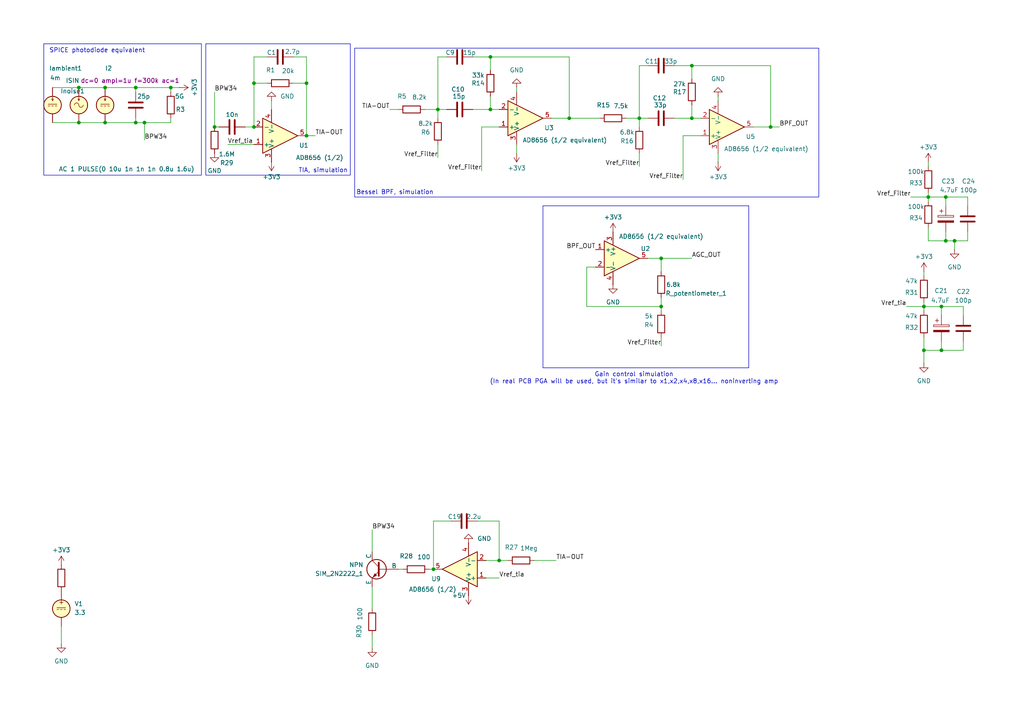
<source format=kicad_sch>
(kicad_sch (version 20250114) (generator "eeschema") (generator_version "9.0")
  (paper "A4")
  (lib_symbols
    (symbol "Device:C" (pin_numbers (hide yes)) (pin_names (offset 0.254))
      (property "Reference" "C" (at 0.635 2.54 0))
      (property "Value" "C" (at 0.635 -2.54 0))
      (symbol "C_0_1"
        (polyline (pts (xy -2.032 0.762) (xy 2.032 0.762)) (stroke (width 0.508)))
        (polyline (pts (xy -2.032 -0.762) (xy 2.032 -0.762)) (stroke (width 0.508)))
      )
      (symbol "C_1_1"
        (pin passive line (at 0 3.81 270) (length 2.794) (name "~") (number "1"))
        (pin passive line (at 0 -3.81 90) (length 2.794) (name "~") (number "2"))
      )
    )
    (symbol "Device:C_Polarized" (pin_numbers (hide yes)) (pin_names (offset 0.254))
      (property "Reference" "C" (at 0.635 2.54 0))
      (property "Value" "C_Polarized" (at 0.635 -2.54 0))
      (symbol "C_Polarized_0_1"
        (rectangle (start -2.286 0.508) (end 2.286 1.016))
        (polyline (pts (xy -1.778 2.286) (xy -0.762 2.286)))
        (polyline (pts (xy -1.27 2.794) (xy -1.27 1.778)))
        (rectangle (start 2.286 -0.508) (end -2.286 -1.016) (fill (type outline)))
      )
      (symbol "C_Polarized_1_1"
        (pin passive line (at 0 3.81 270) (length 2.794) (name "~") (number "1"))
        (pin passive line (at 0 -3.81 90) (length 2.794) (name "~") (number "2"))
      )
    )
    (symbol "Device:R" (pin_numbers (hide yes)) (pin_names (offset 0))
      (property "Reference" "R" (at 2.032 0 90))
      (property "Value" "R" (at 0 0 90))
      (symbol "R_0_1"
        (rectangle (start -1.016 -2.54) (end 1.016 2.54) (stroke (width 0.254)))
      )
      (symbol "R_1_1"
        (pin passive line (at 0 3.81 270) (length 1.27) (name "~") (number "1"))
        (pin passive line (at 0 -3.81 90) (length 1.27) (name "~") (number "2"))
      )
    )
    (symbol "Simulation_SPICE:IDC" (pin_numbers (hide yes)) (pin_names (offset 0.0254))
      (property "Reference" "I" (at 2.54 2.54 0))
      (property "Value" "1" (at 2.54 0 0))
      (symbol "IDC_0_0"
        (polyline (pts (xy -1.27 0.254) (xy 1.27 0.254)))
        (polyline (pts (xy -0.762 -0.254) (xy -1.27 -0.254)))
        (polyline (pts (xy 0.254 -0.254) (xy -0.254 -0.254)))
        (polyline (pts (xy 1.27 -0.254) (xy 0.762 -0.254)))
      )
      (symbol "IDC_0_1"
        (polyline (pts (xy -0.254 1.778) (xy 0 1.27) (xy 0.254 1.778)))
        (polyline (pts (xy 0 1.27) (xy 0 2.286)))
        (circle (center 0 0) (radius 2.54) (stroke (width 0.254)) (fill (type background)))
      )
      (symbol "IDC_1_1"
        (pin passive line (at 0 5.08 270) (length 2.54) (name "~") (number "1"))
        (pin passive line (at 0 -5.08 90) (length 2.54) (name "~") (number "2"))
      )
    )
    (symbol "Simulation_SPICE:ISIN" (pin_numbers (hide yes)) (pin_names (offset 0.0254))
      (property "Reference" "I" (at 2.54 2.54 0))
      (property "Value" "ISIN" (at 2.54 0 0))
      (property "Sim.Params" "dc=0 ampl=1 f=1k ac=1" (at 2.54 -2.54 0))
      (symbol "ISIN_0_0"
        (arc (start -1.27 0) (mid -0.635 0.6323) (end 0 0))
        (arc (start 1.27 0) (mid 0.635 -0.6323) (end 0 0))
      )
      (symbol "ISIN_0_1"
        (polyline (pts (xy -0.254 1.778) (xy 0 1.27) (xy 0.254 1.778)))
        (polyline (pts (xy 0 1.27) (xy 0 2.286)))
        (circle (center 0 0) (radius 2.54) (stroke (width 0.254)) (fill (type background)))
      )
      (symbol "ISIN_1_1"
        (pin passive line (at 0 5.08 270) (length 2.54) (name "~") (number "1"))
        (pin passive line (at 0 -5.08 90) (length 2.54) (name "~") (number "2"))
      )
    )
    (symbol "Simulation_SPICE:NPN" (pin_numbers (hide yes)) (pin_names (offset 0))
      (property "Reference" "Q" (at -2.54 7.62 0))
      (property "Value" "NPN" (at -2.54 5.08 0))
      (symbol "NPN_0_1"
        (polyline (pts (xy -2.54 0) (xy 0.635 0)) (stroke (width 0.1524)))
        (polyline (pts (xy 0.635 1.905) (xy 0.635 -1.905) (xy 0.635 -1.905)) (stroke (width 0.508)))
        (polyline (pts (xy 0.635 0.635) (xy 2.54 2.54)))
        (polyline (pts (xy 0.635 -0.635) (xy 2.54 -2.54) (xy 2.54 -2.54)))
        (circle (center 1.27 0) (radius 2.8194) (stroke (width 0.254)))
        (polyline (pts (xy 1.27 -1.778) (xy 1.778 -1.27) (xy 2.286 -2.286) (xy 1.27 -1.778) (xy 1.27 -1.778)) (fill (type outline)))
        (polyline (pts (xy 2.794 -1.27) (xy 2.794 -1.27)) (stroke (width 0.1524)))
        (polyline (pts (xy 2.794 -1.27) (xy 2.794 -1.27)) (stroke (width 0.1524)))
      )
      (symbol "NPN_1_1"
        (pin input line (at -5.08 0 0) (length 2.54) (name "B") (number "2"))
        (pin open_collector line (at 2.54 5.08 270) (length 2.54) (name "C") (number "1"))
        (pin open_emitter line (at 2.54 -5.08 90) (length 2.54) (name "E") (number "3"))
      )
    )
    (symbol "Simulation_SPICE:OPAMP" (pin_names (offset 0.254))
      (property "Reference" "U" (at 3.81 3.175 0))
      (property "Value" "${SIM.PARAMS}" (at 3.81 -3.175 0))
      (symbol "OPAMP_0_1"
        (polyline (pts (xy 5.08 0) (xy -5.08 5.08) (xy -5.08 -5.08) (xy 5.08 0)) (stroke (width 0.254)) (fill (type background)))
      )
      (symbol "OPAMP_1_1"
        (pin input line (at -7.62 2.54 0) (length 2.54) (name "+") (number "1"))
        (pin input line (at -7.62 -2.54 0) (length 2.54) (name "-") (number "2"))
        (pin power_in line (at -2.54 7.62 270) (length 3.81) (name "V+") (number "3"))
        (pin power_in line (at -2.54 -7.62 90) (length 3.81) (name "V-") (number "4"))
        (pin output line (at 7.62 0 180) (length 2.54) (name "~") (number "5"))
      )
    )
    (symbol "Simulation_SPICE:VDC" (pin_numbers (hide yes)) (pin_names (offset 0.0254))
      (property "Reference" "V" (at 2.54 2.54 0))
      (property "Value" "1" (at 2.54 0 0))
      (symbol "VDC_0_0"
        (polyline (pts (xy -1.27 0.254) (xy 1.27 0.254)))
        (polyline (pts (xy -0.762 -0.254) (xy -1.27 -0.254)))
        (polyline (pts (xy 0.254 -0.254) (xy -0.254 -0.254)))
        (polyline (pts (xy 1.27 -0.254) (xy 0.762 -0.254)))
        (text "+" (at 0 1.905 0) (effects (font (size 1.27 1.27))))
      )
      (symbol "VDC_0_1"
        (circle (center 0 0) (radius 2.54) (stroke (width 0.254)) (fill (type background)))
      )
      (symbol "VDC_1_1"
        (pin passive line (at 0 5.08 270) (length 2.54) (name "~") (number "1"))
        (pin passive line (at 0 -5.08 90) (length 2.54) (name "~") (number "2"))
      )
    )
    (symbol "power:+5V" (power) (pin_numbers (hide yes)) (pin_names (offset 0) (hide yes))
      (property "Value" "+5V" (at 0 3.556 0))
      (symbol "+5V_0_1"
        (polyline (pts (xy -0.762 1.27) (xy 0 2.54)))
        (polyline (pts (xy 0 2.54) (xy 0.762 1.27)))
        (polyline (pts (xy 0 0) (xy 0 2.54)))
      )
      (symbol "+5V_1_1"
        (pin power_in line (at 0 0 90) (length 0) (name "~") (number "1"))
      )
    )
    (symbol "power:GND" (power) (pin_numbers (hide yes)) (pin_names (offset 0) (hide yes))
      (property "Value" "GND" (at 0 -3.81 0))
      (symbol "GND_0_1"
        (polyline (pts (xy 0 0) (xy 0 -1.27) (xy 1.27 -1.27) (xy 0 -2.54) (xy -1.27 -1.27) (xy 0 -1.27)))
      )
      (symbol "GND_1_1"
        (pin power_in line (at 0 0 270) (length 0) (name "~") (number "1"))
      )
    )
  )
  (rectangle (start 59.69 12.7) (end 101.6 50.8))
  (rectangle (start 157.48 59.69) (end 217.17 106.68))
  (rectangle (start 12.7 12.7) (end 58.42 50.8))
  (rectangle (start 102.87 13.97) (end 237.49 57.15))
  (text "SPICE photodiode equivalent" (at 28.194 14.732 0) (effects (font (size 1.27 1.27))))
  (text "Gain control simulation\n(In real PCB PGA will be used, but it's similar to x1,x2,x4,x8,x16... noninverting amp" (at 183.896 109.728 0) (effects (font (size 1.27 1.27))))
  (text "Bessel BPF, simulation\n" (at 114.554 55.88 0) (effects (font (size 1.27 1.27))))
  (text "TIA, simulation\n" (at 93.726 49.53 0) (effects (font (size 1.27 1.27))))
  (junction (at 267.97 88.9))
  (junction (at 191.77 88.9))
  (junction (at 276.86 69.85))
  (junction (at 142.24 16.51))
  (junction (at 269.24 57.15))
  (junction (at 62.23 36.83))
  (junction (at 273.05 101.6))
  (junction (at 88.9 24.13))
  (junction (at 267.97 101.6))
  (junction (at 22.86 35.56))
  (junction (at 39.37 25.4))
  (junction (at 274.32 57.15))
  (junction (at 22.86 25.4))
  (junction (at 49.53 25.4))
  (junction (at 142.24 31.75))
  (junction (at 30.48 35.56))
  (junction (at 39.37 35.56))
  (junction (at 185.42 34.29))
  (junction (at 223.52 36.83))
  (junction (at 127 31.75))
  (junction (at 41.91 35.56))
  (junction (at 30.48 25.4))
  (junction (at 73.66 36.83))
  (junction (at 88.9 39.37))
  (junction (at 73.66 24.13))
  (junction (at 200.66 34.29))
  (junction (at 125.73 165.1))
  (junction (at 273.05 88.9))
  (junction (at 191.77 74.93))
  (junction (at 274.32 69.85))
  (junction (at 200.66 19.05))
  (junction (at 165.1 34.29))
  (junction (at 144.78 162.56))
  (wire (pts (xy 185.42 34.29) (xy 187.96 34.29)))
  (wire (pts (xy 127 31.75) (xy 129.54 31.75)))
  (wire (pts (xy 185.42 44.45) (xy 185.42 48.26)))
  (wire (pts (xy 49.53 34.29) (xy 49.53 35.56)))
  (wire (pts (xy 208.28 27.94) (xy 208.28 29.21)))
  (wire (pts (xy 30.48 25.4) (xy 39.37 25.4)))
  (wire (pts (xy 142.24 16.51) (xy 165.1 16.51)))
  (wire (pts (xy 200.66 19.05) (xy 223.52 19.05)))
  (wire (pts (xy 267.97 80.01) (xy 267.97 78.74)))
  (wire (pts (xy 267.97 87.63) (xy 267.97 88.9)))
  (wire (pts (xy 39.37 35.56) (xy 41.91 35.56)))
  (wire (pts (xy 73.66 16.51) (xy 73.66 24.13)))
  (wire (pts (xy 267.97 101.6) (xy 273.05 101.6)))
  (wire (pts (xy 49.53 26.67) (xy 49.53 25.4)))
  (wire (pts (xy 107.95 153.67) (xy 107.95 160.02)))
  (wire (pts (xy 15.24 25.4) (xy 22.86 25.4)))
  (wire (pts (xy 262.89 88.9) (xy 267.97 88.9)))
  (wire (pts (xy 200.66 30.48) (xy 200.66 34.29)))
  (wire (pts (xy 185.42 36.83) (xy 185.42 34.29)))
  (wire (pts (xy 123.19 31.75) (xy 127 31.75)))
  (wire (pts (xy 200.66 19.05) (xy 200.66 22.86)))
  (wire (pts (xy 39.37 25.4) (xy 49.53 25.4)))
  (wire (pts (xy 85.09 24.13) (xy 88.9 24.13)))
  (wire (pts (xy 127 16.51) (xy 127 31.75)))
  (wire (pts (xy 223.52 19.05) (xy 223.52 36.83)))
  (wire (pts (xy 88.9 24.13) (xy 88.9 39.37)))
  (wire (pts (xy 267.97 88.9) (xy 273.05 88.9)))
  (wire (pts (xy 88.9 39.37) (xy 91.44 39.37)))
  (wire (pts (xy 267.97 101.6) (xy 267.97 97.79)))
  (wire (pts (xy 139.7 36.83) (xy 139.7 49.53)))
  (wire (pts (xy 273.05 99.06) (xy 273.05 101.6)))
  (wire (pts (xy 165.1 16.51) (xy 165.1 34.29)))
  (wire (pts (xy 198.12 39.37) (xy 198.12 52.07)))
  (wire (pts (xy 124.46 165.1) (xy 125.73 165.1)))
  (wire (pts (xy 30.48 35.56) (xy 39.37 35.56)))
  (wire (pts (xy 185.42 19.05) (xy 185.42 34.29)))
  (wire (pts (xy 200.66 34.29) (xy 203.2 34.29)))
  (wire (pts (xy 73.66 24.13) (xy 73.66 36.83)))
  (wire (pts (xy 191.77 74.93) (xy 187.96 74.93)))
  (wire (pts (xy 191.77 88.9) (xy 191.77 86.36)))
  (wire (pts (xy 66.04 41.91) (xy 73.66 41.91)))
  (wire (pts (xy 191.77 78.74) (xy 191.77 74.93)))
  (wire (pts (xy 39.37 25.4) (xy 39.37 26.67)))
  (wire (pts (xy 223.52 36.83) (xy 226.06 36.83)))
  (wire (pts (xy 137.16 31.75) (xy 142.24 31.75)))
  (wire (pts (xy 144.78 162.56) (xy 140.97 162.56)))
  (wire (pts (xy 273.05 91.44) (xy 273.05 88.9)))
  (wire (pts (xy 269.24 57.15) (xy 274.32 57.15)))
  (wire (pts (xy 77.47 16.51) (xy 73.66 16.51)))
  (wire (pts (xy 198.12 39.37) (xy 203.2 39.37)))
  (wire (pts (xy 142.24 31.75) (xy 144.78 31.75)))
  (wire (pts (xy 62.23 26.67) (xy 62.23 36.83)))
  (wire (pts (xy 273.05 88.9) (xy 279.4 88.9)))
  (wire (pts (xy 195.58 34.29) (xy 200.66 34.29)))
  (wire (pts (xy 191.77 90.17) (xy 191.77 88.9)))
  (wire (pts (xy 208.28 46.99) (xy 208.28 44.45)))
  (wire (pts (xy 41.91 35.56) (xy 49.53 35.56)))
  (wire (pts (xy 264.16 57.15) (xy 269.24 57.15)))
  (wire (pts (xy 88.9 16.51) (xy 88.9 24.13)))
  (wire (pts (xy 274.32 69.85) (xy 269.24 69.85)))
  (wire (pts (xy 273.05 101.6) (xy 279.4 101.6)))
  (wire (pts (xy 267.97 88.9) (xy 267.97 90.17)))
  (wire (pts (xy 144.78 151.13) (xy 144.78 162.56)))
  (wire (pts (xy 200.66 74.93) (xy 191.77 74.93)))
  (wire (pts (xy 160.02 34.29) (xy 165.1 34.29)))
  (wire (pts (xy 279.4 91.44) (xy 279.4 88.9)))
  (wire (pts (xy 15.24 35.56) (xy 22.86 35.56)))
  (wire (pts (xy 269.24 57.15) (xy 269.24 58.42)))
  (wire (pts (xy 280.67 59.69) (xy 280.67 57.15)))
  (wire (pts (xy 276.86 69.85) (xy 280.67 69.85)))
  (wire (pts (xy 138.43 151.13) (xy 144.78 151.13)))
  (wire (pts (xy 142.24 27.94) (xy 142.24 31.75)))
  (wire (pts (xy 267.97 105.41) (xy 267.97 101.6)))
  (wire (pts (xy 149.86 44.45) (xy 149.86 41.91)))
  (wire (pts (xy 129.54 16.51) (xy 127 16.51)))
  (wire (pts (xy 49.53 25.4) (xy 52.07 25.4)))
  (wire (pts (xy 279.4 99.06) (xy 279.4 101.6)))
  (wire (pts (xy 170.18 88.9) (xy 191.77 88.9)))
  (wire (pts (xy 269.24 48.26) (xy 269.24 46.99)))
  (wire (pts (xy 147.32 162.56) (xy 144.78 162.56)))
  (wire (pts (xy 191.77 97.79) (xy 191.77 100.33)))
  (wire (pts (xy 127 34.29) (xy 127 31.75)))
  (wire (pts (xy 269.24 55.88) (xy 269.24 57.15)))
  (wire (pts (xy 161.29 162.56) (xy 154.94 162.56)))
  (wire (pts (xy 22.86 25.4) (xy 30.48 25.4)))
  (wire (pts (xy 127 41.91) (xy 127 45.72)))
  (wire (pts (xy 78.74 29.21) (xy 78.74 31.75)))
  (wire (pts (xy 170.18 77.47) (xy 170.18 88.9)))
  (wire (pts (xy 113.03 31.75) (xy 115.57 31.75)))
  (wire (pts (xy 274.32 57.15) (xy 280.67 57.15)))
  (wire (pts (xy 218.44 36.83) (xy 223.52 36.83)))
  (wire (pts (xy 107.95 170.18) (xy 107.95 176.53)))
  (wire (pts (xy 142.24 16.51) (xy 142.24 20.32)))
  (wire (pts (xy 280.67 67.31) (xy 280.67 69.85)))
  (wire (pts (xy 17.78 186.69) (xy 17.78 181.61)))
  (wire (pts (xy 71.12 36.83) (xy 73.66 36.83)))
  (wire (pts (xy 41.91 35.56) (xy 41.91 40.64)))
  (wire (pts (xy 73.66 24.13) (xy 77.47 24.13)))
  (wire (pts (xy 149.86 25.4) (xy 149.86 26.67)))
  (wire (pts (xy 140.97 167.64) (xy 144.78 167.64)))
  (wire (pts (xy 39.37 34.29) (xy 39.37 35.56)))
  (wire (pts (xy 107.95 184.15) (xy 107.95 187.96)))
  (wire (pts (xy 130.81 151.13) (xy 125.73 151.13)))
  (wire (pts (xy 137.16 16.51) (xy 142.24 16.51)))
  (wire (pts (xy 195.58 19.05) (xy 200.66 19.05)))
  (wire (pts (xy 125.73 151.13) (xy 125.73 165.1)))
  (wire (pts (xy 172.72 77.47) (xy 170.18 77.47)))
  (wire (pts (xy 165.1 34.29) (xy 173.99 34.29)))
  (wire (pts (xy 274.32 69.85) (xy 276.86 69.85)))
  (wire (pts (xy 22.86 35.56) (xy 30.48 35.56)))
  (wire (pts (xy 276.86 72.39) (xy 276.86 69.85)))
  (wire (pts (xy 116.84 165.1) (xy 115.57 165.1)))
  (wire (pts (xy 187.96 19.05) (xy 185.42 19.05)))
  (wire (pts (xy 62.23 36.83) (xy 63.5 36.83)))
  (wire (pts (xy 274.32 59.69) (xy 274.32 57.15)))
  (wire (pts (xy 274.32 67.31) (xy 274.32 69.85)))
  (wire (pts (xy 181.61 34.29) (xy 185.42 34.29)))
  (wire (pts (xy 269.24 69.85) (xy 269.24 66.04)))
  (wire (pts (xy 139.7 36.83) (xy 144.78 36.83)))
  (wire (pts (xy 85.09 16.51) (xy 88.9 16.51)))
  (label "Vref_Filter" (at 191.77 100.33 180))
  (label "BPF_OUT" (at 172.72 72.39 180))
  (label "Vref_Filter" (at 139.7 49.53 180))
  (label "TIA-OUT" (at 113.03 31.75 180))
  (label "BPW34" (at 62.23 26.67 0))
  (label "Vref_tia" (at 262.89 88.9 180))
  (label "TIA-OUT" (at 161.29 162.56 0))
  (label "AGC_OUT" (at 200.66 74.93 0))
  (label "BPF_OUT" (at 226.06 36.83 0))
  (label "Vref_Filter" (at 127 45.72 180))
  (label "BPW34" (at 107.95 153.67 0))
  (label "Vref_Filter" (at 198.12 52.07 180))
  (label "TIA-OUT" (at 91.44 39.37 0))
  (label "Vref_tia" (at 66.04 41.91 0))
  (label "Vref_Filter" (at 185.42 48.26 180))
  (label "BPW34" (at 41.91 40.64 0))
  (label "Vref_tia" (at 144.78 167.64 0))
  (label "Vref_Filter" (at 264.16 57.15 180))
  (symbol (lib_id "power:+5V") (at 149.86 44.45 180) (unit 1) (in_bom no) (on_board no)
    (property "Reference" "#PWR07" (effects (hide yes)))
    (property "Value" "+3V3" (at 149.86 48.768 0))
    (property "Description" "Power symbol creates a global label with name \"+5V\"" (effects (hide yes)))
  )
  (symbol (lib_id "power:GND") (at 208.28 27.94 180) (unit 1) (in_bom no) (on_board no)
    (property "Reference" "#PWR010" (effects (hide yes)))
    (property "Value" "GND" (at 208.28 22.86 0))
    (property "Description" "Power symbol creates a global label with name \"GND\" , ground" (effects (hide yes)))
  )
  (symbol (lib_id "Device:R") (at 191.77 93.98 180) (unit 1) (in_bom no) (on_board no)
    (property "Reference" "R4" (at 188.214 94.234 0))
    (property "Value" "5k" (at 188.214 91.694 0))
    (property "Description" "Resistor" (effects (hide yes)))
    (property "Sim.Device" "R" (effects (hide yes)))
    (property "Sim.Pins" "1=- 2=+" (effects (hide yes)))
  )
  (symbol (lib_id "Device:C") (at 191.77 34.29 90) (unit 1) (in_bom no) (on_board no)
    (property "Reference" "C12" (at 191.262 28.448 90))
    (property "Value" "33p" (at 191.516 30.48 90))
    (property "Description" "Unpolarized capacitor" (effects (hide yes)))
  )
  (symbol (lib_id "Device:R") (at 269.24 62.23 180) (unit 1) (in_bom no) (on_board no)
    (property "Reference" "R34" (at 265.684 63.246 0))
    (property "Value" "100k" (at 265.684 59.944 0))
    (property "Description" "Resistor" (effects (hide yes)))
  )
  (symbol (lib_id "Device:C") (at 191.77 19.05 90) (unit 1) (in_bom no) (on_board no)
    (property "Reference" "C11" (at 188.976 17.78 90))
    (property "Value" "33p" (at 194.564 17.78 90))
    (property "Description" "Unpolarized capacitor" (effects (hide yes)))
  )
  (symbol (lib_id "Device:C") (at 67.31 36.83 270) (unit 1) (in_bom no) (on_board no)
    (property "Reference" "C20" (effects (hide yes)))
    (property "Value" "10n" (at 67.31 33.274 90))
    (property "Description" "Unpolarized capacitor" (effects (hide yes)))
  )
  (symbol (lib_id "Device:C") (at 39.37 30.48 180) (unit 1) (in_bom no) (on_board no)
    (property "Reference" "C3" (effects (hide yes)))
    (property "Value" "25p" (at 41.656 27.94 0))
    (property "Description" "Unpolarized capacitor" (effects (hide yes)))
  )
  (symbol (lib_id "power:GND") (at 267.97 105.41 0) (unit 1) (in_bom no) (on_board no)
    (property "Reference" "#PWR029" (effects (hide yes)))
    (property "Value" "GND" (at 267.97 110.49 0))
    (property "Description" "Power symbol creates a global label with name \"GND\" , ground" (effects (hide yes)))
  )
  (symbol (lib_id "Simulation_SPICE:ISIN") (at 22.86 30.48 0) (unit 1) (in_bom no) (on_board no)
    (property "Reference" "Inoise1" (at 17.526 26.416 0) (effects (justify left)))
    (property "Value" "ISIN" (at 19.05 23.368 0) (effects (justify left)))
    (property "Datasheet" "https://ngspice.sourceforge.io/docs/ngspice-html-manual/manual.xhtml#sec_Independent_Sources_for" (effects (hide yes)))
    (property "Description" "Current source, sinusoidal" (effects (hide yes)))
    (property "Sim.Pins" "1=+ 2=-" (effects (hide yes)))
    (property "Sim.Params" "dc=0 ampl=1u f=300k ac=1" (at 23.368 23.368 0) (effects (justify left)))
    (property "Sim.Device" "I" (effects (hide yes)))
    (property "Sim.Type" "SIN" (effects (hide yes)))
  )
  (symbol (lib_id "Device:C") (at 279.4 95.25 0) (unit 1) (in_bom no) (on_board no)
    (property "Reference" "C22" (at 279.4 84.582 0))
    (property "Value" "100p" (at 279.4 87.122 0))
    (property "Description" "Unpolarized capacitor" (effects (hide yes)))
  )
  (symbol (lib_id "Device:R") (at 120.65 165.1 90) (unit 1) (exclude_from_sim yes) (in_bom no) (on_board no)
    (property "Reference" "R28" (at 117.856 161.29 90))
    (property "Value" "100" (at 122.936 161.544 90))
    (property "Description" "Resistor" (effects (hide yes)))
    (property "Sim.Device" "R" (effects (hide yes)))
    (property "Sim.Pins" "1=- 2=+" (effects (hide yes)))
  )
  (symbol (lib_id "Device:C_Polarized") (at 273.05 95.25 0) (unit 1) (in_bom no) (on_board no)
    (property "Reference" "C21" (at 271.018 84.328 0) (effects (justify left)))
    (property "Value" "4.7uF" (at 270.002 87.122 0) (effects (justify left)))
    (property "Description" "Polarized capacitor" (effects (hide yes)))
  )
  (symbol (lib_id "Device:R") (at 267.97 93.98 180) (unit 1) (in_bom no) (on_board no)
    (property "Reference" "R32" (at 264.414 94.996 0))
    (property "Value" "47k" (at 264.414 91.694 0))
    (property "Description" "Resistor" (effects (hide yes)))
  )
  (symbol (lib_id "power:GND") (at 62.23 44.45 0) (unit 1) (in_bom no) (on_board no)
    (property "Reference" "#PWR027" (effects (hide yes)))
    (property "Value" "GND" (at 62.23 49.53 0))
    (property "Description" "Power symbol creates a global label with name \"GND\" , ground" (effects (hide yes)))
  )
  (symbol (lib_id "power:+5V") (at 135.89 172.72 180) (unit 1) (exclude_from_sim yes) (in_bom no) (on_board no)
    (property "Reference" "#PWR023" (effects (hide yes)))
    (property "Value" "+5V" (at 133.096 172.72 0))
    (property "Description" "Power symbol creates a global label with name \"+5V\"" (effects (hide yes)))
  )
  (symbol (lib_id "Device:R") (at 17.78 167.64 0) (unit 1) (in_bom no) (on_board no)
    (property "Reference" "Rsim2" (effects (hide yes)))
    (property "Value" "1m" (effects (hide yes)))
    (property "Description" "Resistor" (effects (hide yes)))
    (property "Sim.Device" "R" (effects (hide yes)))
    (property "Sim.Pins" "1=- 2=+" (effects (hide yes)))
  )
  (symbol (lib_id "Device:R") (at 191.77 82.55 180) (unit 1) (in_bom no) (on_board no)
    (property "Reference" "R_potentiometer_1" (at 201.93 85.09 0))
    (property "Value" "6.8k" (at 195.326 82.55 0))
    (property "Description" "Resistor" (effects (hide yes)))
    (property "Sim.Device" "R" (effects (hide yes)))
    (property "Sim.Pins" "1=- 2=+" (effects (hide yes)))
  )
  (symbol (lib_id "power:GND") (at 17.78 186.69 0) (unit 1) (in_bom no) (on_board no)
    (property "Reference" "#PWR09" (effects (hide yes)))
    (property "Value" "GND" (at 17.78 191.77 0))
    (property "Description" "Power symbol creates a global label with name \"GND\" , ground" (effects (hide yes)))
  )
  (symbol (lib_id "Device:R") (at 185.42 40.64 180) (unit 1) (in_bom no) (on_board no)
    (property "Reference" "R16" (at 181.864 40.894 0))
    (property "Value" "6.8k" (at 181.864 38.354 0))
    (property "Description" "Resistor" (effects (hide yes)))
    (property "Sim.Device" "R" (effects (hide yes)))
    (property "Sim.Pins" "1=- 2=+" (effects (hide yes)))
  )
  (symbol (lib_id "power:+5V") (at 78.74 46.99 180) (unit 1) (in_bom no) (on_board no)
    (property "Reference" "#PWR012" (effects (hide yes)))
    (property "Value" "+3V3" (at 78.74 51.308 0))
    (property "Description" "Power symbol creates a global label with name \"+5V\"" (effects (hide yes)))
  )
  (symbol (lib_id "Device:R") (at 200.66 26.67 180) (unit 1) (in_bom no) (on_board no)
    (property "Reference" "R17" (at 197.104 26.67 0))
    (property "Value" "27k" (at 197.104 24.384 0))
    (property "Description" "Resistor" (effects (hide yes)))
    (property "Sim.Device" "R" (effects (hide yes)))
    (property "Sim.Pins" "1=- 2=+" (effects (hide yes)))
  )
  (symbol (lib_id "Device:R") (at 142.24 24.13 180) (unit 1) (in_bom no) (on_board no)
    (property "Reference" "R14" (at 138.684 24.13 0))
    (property "Value" "33k" (at 138.684 21.844 0))
    (property "Description" "Resistor" (effects (hide yes)))
    (property "Sim.Device" "R" (effects (hide yes)))
    (property "Sim.Pins" "1=- 2=+" (effects (hide yes)))
  )
  (symbol (lib_id "power:GND") (at 135.89 157.48 180) (unit 1) (exclude_from_sim yes) (in_bom no) (on_board no)
    (property "Reference" "#PWR024" (effects (hide yes)))
    (property "Value" "GND" (at 138.43 156.2099 0) (effects (justify right)))
    (property "Description" "Power symbol creates a global label with name \"GND\" , ground" (effects (hide yes)))
  )
  (symbol (lib_id "Simulation_SPICE:NPN") (at 110.49 165.1 0) (mirror y) (unit 1) (exclude_from_sim yes) (in_bom no) (on_board no)
    (property "Reference" "SIM_2N2222_1" (at 105.41 166.3701 0) (effects (justify left)))
    (property "Value" "NPN" (at 105.41 163.8301 0) (effects (justify left)))
    (property "Datasheet" "https://ngspice.sourceforge.io/docs/ngspice-html-manual/manual.xhtml#cha_BJTs" (effects (hide yes)))
    (property "Description" "Bipolar transistor symbol for simulation only, substrate tied to the emitter" (effects (hide yes)))
    (property "Sim.Device" "NPN" (effects (hide yes)))
    (property "Sim.Type" "GUMMELPOON" (effects (hide yes)))
    (property "Sim.Pins" "1=C 2=B 3=E" (effects (hide yes)))
  )
  (symbol (lib_id "Device:C") (at 133.35 31.75 90) (unit 1) (in_bom no) (on_board no)
    (property "Reference" "C10" (at 132.842 25.908 90))
    (property "Value" "15p" (at 133.096 27.94 90))
    (property "Description" "Unpolarized capacitor" (effects (hide yes)))
  )
  (symbol (lib_id "Device:R") (at 119.38 31.75 90) (unit 1) (in_bom no) (on_board no)
    (property "Reference" "R5" (at 116.586 27.94 90))
    (property "Value" "8.2k" (at 121.666 28.194 90))
    (property "Description" "Resistor" (effects (hide yes)))
    (property "Sim.Device" "R" (effects (hide yes)))
    (property "Sim.Pins" "1=- 2=+" (effects (hide yes)))
  )
  (symbol (lib_id "Device:C") (at 133.35 16.51 90) (unit 1) (in_bom no) (on_board no)
    (property "Reference" "C9" (at 130.556 15.24 90))
    (property "Value" "15p" (at 136.144 15.24 90))
    (property "Description" "Unpolarized capacitor" (effects (hide yes)))
  )
  (symbol (lib_id "power:+5V") (at 269.24 46.99 0) (unit 1) (in_bom no) (on_board no)
    (property "Reference" "#PWR01" (effects (hide yes)))
    (property "Value" "+3V3" (at 269.24 42.672 0))
    (property "Description" "Power symbol creates a global label with name \"+5V\"" (effects (hide yes)))
  )
  (symbol (lib_id "power:GND") (at 78.74 29.21 180) (unit 1) (in_bom no) (on_board no)
    (property "Reference" "#PWR015" (effects (hide yes)))
    (property "Value" "GND" (at 81.28 27.9399 0) (effects (justify right)))
    (property "Description" "Power symbol creates a global label with name \"GND\" , ground" (effects (hide yes)))
  )
  (symbol (lib_id "Device:R") (at 151.13 162.56 90) (unit 1) (exclude_from_sim yes) (in_bom no) (on_board no)
    (property "Reference" "R27" (at 148.336 158.75 90))
    (property "Value" "1Meg" (at 153.416 159.004 90))
    (property "Description" "Resistor" (effects (hide yes)))
    (property "Sim.Device" "R" (effects (hide yes)))
    (property "Sim.Pins" "1=- 2=+" (effects (hide yes)))
  )
  (symbol (lib_id "Device:R") (at 107.95 180.34 180) (unit 1) (exclude_from_sim yes) (in_bom no) (on_board no)
    (property "Reference" "R30" (at 104.14 183.134 90))
    (property "Value" "100" (at 104.394 178.054 90))
    (property "Description" "Resistor" (effects (hide yes)))
    (property "Sim.Device" "R" (effects (hide yes)))
    (property "Sim.Pins" "1=- 2=+" (effects (hide yes)))
  )
  (symbol (lib_id "Device:C") (at 280.67 63.5 0) (unit 1) (in_bom no) (on_board no)
    (property "Reference" "C24" (at 280.924 52.578 0))
    (property "Value" "100p" (at 280.924 55.118 0))
    (property "Description" "Unpolarized capacitor" (effects (hide yes)))
  )
  (symbol (lib_id "Device:R") (at 127 38.1 180) (unit 1) (in_bom no) (on_board no)
    (property "Reference" "R6" (at 123.444 38.354 0))
    (property "Value" "8.2k" (at 123.444 35.814 0))
    (property "Description" "Resistor" (effects (hide yes)))
    (property "Sim.Device" "R" (effects (hide yes)))
    (property "Sim.Pins" "1=- 2=+" (effects (hide yes)))
  )
  (symbol (lib_id "Simulation_SPICE:OPAMP") (at 81.28 39.37 0) (mirror x) (unit 1) (in_bom no) (on_board no)
    (property "Reference" "U1" (at 88.138 42.164 0))
    (property "Value" "AD8656 (1/2)" (at 92.71 45.72 0))
    (property "Datasheet" "https://ngspice.sourceforge.io/docs/ngspice-html-manual/manual.xhtml#sec__SUBCKT_Subcircuits" (effects (hide yes)))
    (property "Description" "Operational amplifier, single" (effects (hide yes)))
    (property "Sim.Library" "${KICAD9_SYMBOL_DIR}/Simulation_SPICE.sp" (effects (hide yes)))
    (property "Sim.Name" "kicad_builtin_opamp" (effects (hide yes)))
    (property "Sim.Device" "SUBCKT" (effects (hide yes)))
    (property "Sim.Pins" "1=in+ 2=in- 3=vcc 4=vee 5=out" (effects (hide yes)))
    (property "Sim.Params" "POLE=8.9 GAIN=3.16e6 VOFF=0.1m" (effects (hide yes)))
  )
  (symbol (lib_id "Simulation_SPICE:OPAMP") (at 210.82 36.83 0) (mirror x) (unit 1) (in_bom no) (on_board no)
    (property "Reference" "U5" (at 217.678 39.624 0))
    (property "Value" "AD8656 (1/2 equivalent)" (at 222.25 43.18 0))
    (property "Datasheet" "https://ngspice.sourceforge.io/docs/ngspice-html-manual/manual.xhtml#sec__SUBCKT_Subcircuits" (effects (hide yes)))
    (property "Description" "Operational amplifier, single" (effects (hide yes)))
    (property "Sim.Library" "${KICAD9_SYMBOL_DIR}/Simulation_SPICE.sp" (effects (hide yes)))
    (property "Sim.Name" "kicad_builtin_opamp" (effects (hide yes)))
    (property "Sim.Device" "SUBCKT" (effects (hide yes)))
    (property "Sim.Pins" "1=in+ 2=in- 3=vcc 4=vee 5=out" (effects (hide yes)))
    (property "Sim.Params" "POLE=8.9 GAIN=3.16e6 VOFF=0.1m" (effects (hide yes)))
  )
  (symbol (lib_id "Simulation_SPICE:IDC") (at 15.24 30.48 0) (unit 1) (in_bom no) (on_board no)
    (property "Reference" "Iambient1" (at 14.224 19.812 0) (effects (justify left)))
    (property "Value" "4m" (at 14.478 22.606 0) (effects (justify left)))
    (property "Datasheet" "https://ngspice.sourceforge.io/docs/ngspice-html-manual/manual.xhtml#sec_Independent_Sources_for" (effects (hide yes)))
    (property "Description" "Current source, DC" (effects (hide yes)))
    (property "Sim.Pins" "1=+ 2=-" (effects (hide yes)))
    (property "Sim.Type" "DC" (effects (hide yes)))
    (property "Sim.Device" "I" (effects (hide yes)))
  )
  (symbol (lib_id "power:+5V") (at 208.28 46.99 180) (unit 1) (in_bom no) (on_board no)
    (property "Reference" "#PWR011" (effects (hide yes)))
    (property "Value" "+3V3" (at 208.28 51.308 0))
    (property "Description" "Power symbol creates a global label with name \"+5V\"" (effects (hide yes)))
  )
  (symbol (lib_id "Device:R") (at 49.53 30.48 180) (unit 1) (in_bom no) (on_board no)
    (property "Reference" "R3" (at 52.324 31.75 0))
    (property "Value" "5G" (at 52.07 27.94 0))
    (property "Description" "Resistor" (effects (hide yes)))
  )
  (symbol (lib_id "power:+5V") (at 267.97 78.74 0) (unit 1) (in_bom no) (on_board no)
    (property "Reference" "#PWR05" (effects (hide yes)))
    (property "Value" "+3V3" (at 267.97 74.422 0))
    (property "Description" "Power symbol creates a global label with name \"+5V\"" (effects (hide yes)))
  )
  (symbol (lib_id "power:+5V") (at 52.07 25.4 270) (unit 1) (in_bom no) (on_board no)
    (property "Reference" "#PWR02" (effects (hide yes)))
    (property "Value" "+3V3" (at 56.388 25.4 0))
    (property "Description" "Power symbol creates a global label with name \"+5V\"" (effects (hide yes)))
  )
  (symbol (lib_id "Device:C_Polarized") (at 274.32 63.5 0) (unit 1) (in_bom no) (on_board no)
    (property "Reference" "C23" (at 273.05 52.578 0) (effects (justify left)))
    (property "Value" "4.7uF" (at 272.542 55.118 0) (effects (justify left)))
    (property "Description" "Polarized capacitor" (effects (hide yes)))
  )
  (symbol (lib_id "Device:R") (at 269.24 52.07 180) (unit 1) (in_bom no) (on_board no)
    (property "Reference" "R33" (at 265.684 53.086 0))
    (property "Value" "100k" (at 265.684 49.784 0))
    (property "Description" "Resistor" (effects (hide yes)))
  )
  (symbol (lib_id "power:GND") (at 177.8 82.55 0) (unit 1) (in_bom no) (on_board no)
    (property "Reference" "#PWR04" (effects (hide yes)))
    (property "Value" "GND" (at 177.8 87.63 0))
    (property "Description" "Power symbol creates a global label with name \"GND\" , ground" (effects (hide yes)))
  )
  (symbol (lib_id "Simulation_SPICE:OPAMP") (at 133.35 165.1 180) (unit 1) (exclude_from_sim yes) (in_bom no) (on_board no)
    (property "Reference" "U9" (at 126.492 167.894 0))
    (property "Value" "AD8656 (1/2)" (at 125.476 170.942 0))
    (property "Datasheet" "https://ngspice.sourceforge.io/docs/ngspice-html-manual/manual.xhtml#sec__SUBCKT_Subcircuits" (effects (hide yes)))
    (property "Description" "Operational amplifier, single" (effects (hide yes)))
    (property "Sim.Library" "${KICAD9_SYMBOL_DIR}/Simulation_SPICE.sp" (effects (hide yes)))
    (property "Sim.Name" "kicad_builtin_opamp" (effects (hide yes)))
    (property "Sim.Device" "SUBCKT" (effects (hide yes)))
    (property "Sim.Pins" "1=in+ 2=in- 3=vcc 4=vee 5=out" (effects (hide yes)))
    (property "Sim.Params" "POLE=8.9 GAIN=3.16e6 VOFF=0.1m" (effects (hide yes)))
  )
  (symbol (lib_id "Device:R") (at 81.28 24.13 90) (unit 1) (in_bom no) (on_board no)
    (property "Reference" "R1" (at 78.486 20.32 90))
    (property "Value" "20k" (at 83.566 20.574 90))
    (property "Description" "Resistor" (effects (hide yes)))
    (property "Sim.Device" "R" (effects (hide yes)))
    (property "Sim.Pins" "1=- 2=+" (effects (hide yes)))
  )
  (symbol (lib_id "Simulation_SPICE:IDC") (at 30.48 30.48 0) (unit 1) (in_bom no) (on_board no)
    (property "Reference" "I2" (at 30.48 19.812 0) (effects (justify left)))
    (property "Value" "AC 1 PULSE(0 10u 1n 1n 1n 0.8u 1.6u)" (at 17.018 49.022 0) (effects (justify left)))
    (property "Datasheet" "https://ngspice.sourceforge.io/docs/ngspice-html-manual/manual.xhtml#sec_Independent_Sources_for" (effects (hide yes)))
    (property "Description" "Current source, DC" (effects (hide yes)))
    (property "Sim.Pins" "1=+ 2=-" (effects (hide yes)))
    (property "Sim.Type" "DC" (effects (hide yes)))
    (property "Sim.Device" "I" (effects (hide yes)))
  )
  (symbol (lib_id "Device:R") (at 177.8 34.29 90) (unit 1) (in_bom no) (on_board no)
    (property "Reference" "R15" (at 175.006 30.48 90))
    (property "Value" "7.5k" (at 180.086 30.734 90))
    (property "Description" "Resistor" (effects (hide yes)))
    (property "Sim.Device" "R" (effects (hide yes)))
    (property "Sim.Pins" "1=- 2=+" (effects (hide yes)))
  )
  (symbol (lib_id "Simulation_SPICE:OPAMP") (at 180.34 74.93 0) (unit 1) (in_bom no) (on_board no)
    (property "Reference" "U2" (at 187.198 72.136 0))
    (property "Value" "AD8656 (1/2 equivalent)" (at 191.77 68.58 0))
    (property "Datasheet" "https://ngspice.sourceforge.io/docs/ngspice-html-manual/manual.xhtml#sec__SUBCKT_Subcircuits" (effects (hide yes)))
    (property "Description" "Operational amplifier, single" (effects (hide yes)))
    (property "Sim.Library" "${KICAD9_SYMBOL_DIR}/Simulation_SPICE.sp" (effects (hide yes)))
    (property "Sim.Name" "kicad_builtin_opamp" (effects (hide yes)))
    (property "Sim.Device" "SUBCKT" (effects (hide yes)))
    (property "Sim.Pins" "1=in+ 2=in- 3=vcc 4=vee 5=out" (effects (hide yes)))
    (property "Sim.Params" "POLE=8.9 GAIN=3.16e6 VOFF=0.1m" (effects (hide yes)))
  )
  (symbol (lib_id "Device:C") (at 134.62 151.13 90) (unit 1) (exclude_from_sim yes) (in_bom no) (on_board no)
    (property "Reference" "C19" (at 131.826 149.86 90))
    (property "Value" "2.2u" (at 137.414 149.86 90))
    (property "Description" "Unpolarized capacitor" (effects (hide yes)))
  )
  (symbol (lib_id "Device:R") (at 62.23 40.64 180) (unit 1) (in_bom no) (on_board no)
    (property "Reference" "R29" (at 65.786 47.244 0))
    (property "Value" "1.6M" (at 65.786 44.704 0))
    (property "Description" "Resistor" (effects (hide yes)))
  )
  (symbol (lib_id "Simulation_SPICE:OPAMP") (at 152.4 34.29 0) (mirror x) (unit 1) (in_bom no) (on_board no)
    (property "Reference" "U3" (at 159.258 37.084 0))
    (property "Value" "AD8656 (1/2 equivalent)" (at 163.83 40.64 0))
    (property "Datasheet" "https://ngspice.sourceforge.io/docs/ngspice-html-manual/manual.xhtml#sec__SUBCKT_Subcircuits" (effects (hide yes)))
    (property "Description" "Operational amplifier, single" (effects (hide yes)))
    (property "Sim.Library" "${KICAD9_SYMBOL_DIR}/Simulation_SPICE.sp" (effects (hide yes)))
    (property "Sim.Name" "kicad_builtin_opamp" (effects (hide yes)))
    (property "Sim.Device" "SUBCKT" (effects (hide yes)))
    (property "Sim.Pins" "1=in+ 2=in- 3=vcc 4=vee 5=out" (effects (hide yes)))
    (property "Sim.Params" "POLE=8.9 GAIN=3.16e6 VOFF=0.1m" (effects (hide yes)))
  )
  (symbol (lib_id "power:GND") (at 107.95 187.96 0) (unit 1) (exclude_from_sim yes) (in_bom no) (on_board no)
    (property "Reference" "#PWR025" (effects (hide yes)))
    (property "Value" "GND" (at 107.95 193.04 0))
    (property "Description" "Power symbol creates a global label with name \"GND\" , ground" (effects (hide yes)))
  )
  (symbol (lib_id "Device:C") (at 81.28 16.51 90) (unit 1) (in_bom no) (on_board no)
    (property "Reference" "C1" (at 78.74 15.24 90))
    (property "Value" "2.7p" (at 84.836 14.986 90))
    (property "Description" "Unpolarized capacitor" (effects (hide yes)))
  )
  (symbol (lib_id "Device:R") (at 267.97 83.82 180) (unit 1) (in_bom no) (on_board no)
    (property "Reference" "R31" (at 264.414 84.836 0))
    (property "Value" "47k" (at 264.414 81.534 0))
    (property "Description" "Resistor" (effects (hide yes)))
  )
  (symbol (lib_id "power:+5V") (at 177.8 67.31 0) (unit 1) (in_bom no) (on_board no)
    (property "Reference" "#PWR03" (effects (hide yes)))
    (property "Value" "+3V3" (at 177.8 62.992 0))
    (property "Description" "Power symbol creates a global label with name \"+5V\"" (effects (hide yes)))
  )
  (symbol (lib_id "power:+5V") (at 17.78 163.83 0) (unit 1) (in_bom no) (on_board no)
    (property "Reference" "#PWR08" (effects (hide yes)))
    (property "Value" "+3V3" (at 17.78 159.512 0))
    (property "Description" "Power symbol creates a global label with name \"+5V\"" (effects (hide yes)))
  )
  (symbol (lib_id "Simulation_SPICE:VDC") (at 17.78 176.53 0) (unit 1) (in_bom no) (on_board no)
    (property "Reference" "V1" (at 21.59 175.1301 0) (effects (justify left)))
    (property "Value" "3.3" (at 21.59 177.6701 0) (effects (justify left)))
    (property "Datasheet" "https://ngspice.sourceforge.io/docs/ngspice-html-manual/manual.xhtml#sec_Independent_Sources_for" (effects (hide yes)))
    (property "Description" "Voltage source, DC" (effects (hide yes)))
    (property "Sim.Pins" "1=+ 2=-" (effects (hide yes)))
    (property "Sim.Type" "DC" (effects (hide yes)))
    (property "Sim.Device" "V" (effects (hide yes)))
  )
  (symbol (lib_id "power:GND") (at 276.86 72.39 0) (unit 1) (in_bom no) (on_board no)
    (property "Reference" "#PWR031" (effects (hide yes)))
    (property "Value" "GND" (at 276.86 77.47 0))
    (property "Description" "Power symbol creates a global label with name \"GND\" , ground" (effects (hide yes)))
  )
  (symbol (lib_id "power:GND") (at 149.86 25.4 180) (unit 1) (in_bom no) (on_board no)
    (property "Reference" "#PWR06" (effects (hide yes)))
    (property "Value" "GND" (at 149.86 20.32 0))
    (property "Description" "Power symbol creates a global label with name \"GND\" , ground" (effects (hide yes)))
  )
)
</source>
